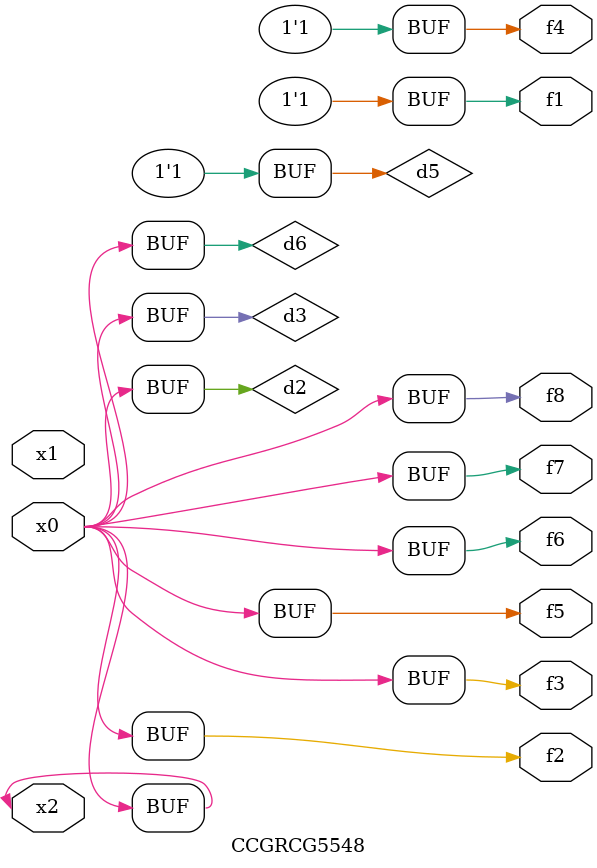
<source format=v>
module CCGRCG5548(
	input x0, x1, x2,
	output f1, f2, f3, f4, f5, f6, f7, f8
);

	wire d1, d2, d3, d4, d5, d6;

	xnor (d1, x2);
	buf (d2, x0, x2);
	and (d3, x0);
	xnor (d4, x1, x2);
	nand (d5, d1, d3);
	buf (d6, d2, d3);
	assign f1 = d5;
	assign f2 = d6;
	assign f3 = d6;
	assign f4 = d5;
	assign f5 = d6;
	assign f6 = d6;
	assign f7 = d6;
	assign f8 = d6;
endmodule

</source>
